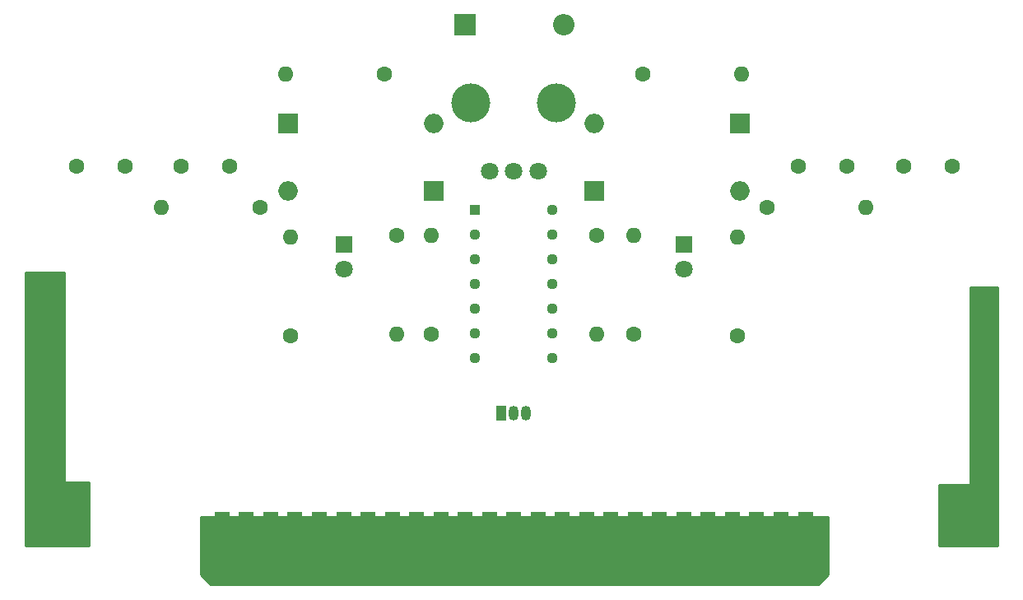
<source format=gbr>
G04 #@! TF.GenerationSoftware,KiCad,Pcbnew,(5.1.7)-1*
G04 #@! TF.CreationDate,2021-02-13T16:44:17-06:00*
G04 #@! TF.ProjectId,ConsolePedal8Bitar,436f6e73-6f6c-4655-9065-64616c384269,rev?*
G04 #@! TF.SameCoordinates,Original*
G04 #@! TF.FileFunction,Soldermask,Bot*
G04 #@! TF.FilePolarity,Negative*
%FSLAX46Y46*%
G04 Gerber Fmt 4.6, Leading zero omitted, Abs format (unit mm)*
G04 Created by KiCad (PCBNEW (5.1.7)-1) date 2021-02-13 16:44:17*
%MOMM*%
%LPD*%
G01*
G04 APERTURE LIST*
%ADD10R,1.800000X1.800000*%
%ADD11C,1.800000*%
%ADD12R,1.500000X7.000000*%
%ADD13C,5.000000*%
%ADD14C,1.600000*%
%ADD15O,1.600000X1.600000*%
%ADD16O,2.000000X2.000000*%
%ADD17R,2.000000X2.000000*%
%ADD18R,2.200000X2.200000*%
%ADD19O,2.200000X2.200000*%
%ADD20R,1.130000X1.130000*%
%ADD21C,1.130000*%
%ADD22O,1.050000X1.500000*%
%ADD23R,1.050000X1.500000*%
%ADD24C,4.000000*%
%ADD25C,0.254000*%
%ADD26C,0.100000*%
G04 APERTURE END LIST*
D10*
G04 #@! TO.C,D1*
X115250000Y-95000000D03*
D11*
X115250000Y-97540000D03*
G04 #@! TD*
G04 #@! TO.C,D2*
X150250000Y-97540000D03*
D10*
X150250000Y-95000000D03*
G04 #@! TD*
D12*
G04 #@! TO.C,J1*
X102715000Y-126000000D03*
X105215000Y-126000000D03*
X107715000Y-126000000D03*
X110215000Y-126000000D03*
X112715000Y-126000000D03*
X115215000Y-126000000D03*
X117715000Y-126000000D03*
X120215000Y-126000000D03*
X122715000Y-126000000D03*
X125215000Y-126000000D03*
X127715000Y-126000000D03*
X130215000Y-126000000D03*
X132715000Y-126000000D03*
X135215000Y-126000000D03*
X137715000Y-126000000D03*
X140215000Y-126000000D03*
X142715000Y-126000000D03*
X145215000Y-126000000D03*
X147715000Y-126000000D03*
X150215000Y-126000000D03*
X152715000Y-126000000D03*
X155215000Y-126000000D03*
X157715000Y-126000000D03*
X160215000Y-126000000D03*
X162715000Y-126000000D03*
G04 #@! TD*
D13*
G04 #@! TO.C,H1*
X85350000Y-122600000D03*
G04 #@! TD*
G04 #@! TO.C,H2*
X180150000Y-122600000D03*
G04 #@! TD*
D14*
G04 #@! TO.C,R3*
X109728000Y-104394000D03*
D15*
X109728000Y-94234000D03*
G04 #@! TD*
D14*
G04 #@! TO.C,C1*
X103505000Y-87014000D03*
X98505000Y-87014000D03*
G04 #@! TD*
G04 #@! TO.C,C2*
X172800000Y-87014000D03*
X177800000Y-87014000D03*
G04 #@! TD*
G04 #@! TO.C,C3*
X167005000Y-87014000D03*
X162005000Y-87014000D03*
G04 #@! TD*
G04 #@! TO.C,C4*
X87710000Y-87014000D03*
X92710000Y-87014000D03*
G04 #@! TD*
D16*
G04 #@! TO.C,C5*
X155970000Y-89535000D03*
D17*
X140970000Y-89535000D03*
G04 #@! TD*
D16*
G04 #@! TO.C,C6*
X124474000Y-82550000D03*
D17*
X109474000Y-82550000D03*
G04 #@! TD*
G04 #@! TO.C,C7*
X124460000Y-89535000D03*
D16*
X109460000Y-89535000D03*
G04 #@! TD*
D17*
G04 #@! TO.C,C8*
X155956000Y-82550000D03*
D16*
X140956000Y-82550000D03*
G04 #@! TD*
D18*
G04 #@! TO.C,D3*
X127698500Y-72390000D03*
D19*
X137858500Y-72390000D03*
G04 #@! TD*
D20*
G04 #@! TO.C,IC1*
X128745000Y-91440000D03*
D21*
X128745000Y-93980000D03*
X128745000Y-96520000D03*
X128745000Y-99060000D03*
X128745000Y-101600000D03*
X128745000Y-104140000D03*
X128745000Y-106680000D03*
X136685000Y-106680000D03*
X136685000Y-104140000D03*
X136685000Y-101600000D03*
X136685000Y-99060000D03*
X136685000Y-96520000D03*
X136685000Y-93980000D03*
X136685000Y-91440000D03*
G04 #@! TD*
D22*
G04 #@! TO.C,Q1*
X132715000Y-112395000D03*
X133985000Y-112395000D03*
D23*
X131445000Y-112395000D03*
G04 #@! TD*
D14*
G04 #@! TO.C,R1*
X155765500Y-104394000D03*
D15*
X155765500Y-94234000D03*
G04 #@! TD*
D14*
G04 #@! TO.C,R2*
X158813500Y-91249500D03*
D15*
X168973500Y-91249500D03*
G04 #@! TD*
G04 #@! TO.C,R4*
X145034000Y-94107000D03*
D14*
X145034000Y-104267000D03*
G04 #@! TD*
G04 #@! TO.C,R5*
X120650000Y-94107000D03*
D15*
X120650000Y-104267000D03*
G04 #@! TD*
G04 #@! TO.C,R6*
X124206000Y-94081600D03*
D14*
X124206000Y-104241600D03*
G04 #@! TD*
G04 #@! TO.C,R7*
X119443500Y-77470000D03*
D15*
X109283500Y-77470000D03*
G04 #@! TD*
D14*
G04 #@! TO.C,R8*
X145986500Y-77470000D03*
D15*
X156146500Y-77470000D03*
G04 #@! TD*
G04 #@! TO.C,R9*
X141224000Y-104267000D03*
D14*
X141224000Y-94107000D03*
G04 #@! TD*
D15*
G04 #@! TO.C,R10*
X96456500Y-91249500D03*
D14*
X106616500Y-91249500D03*
G04 #@! TD*
D11*
G04 #@! TO.C,RV1*
X130215000Y-87500000D03*
X132715000Y-87500000D03*
X135215000Y-87500000D03*
D24*
X128315000Y-80500000D03*
X137115000Y-80500000D03*
G04 #@! TD*
D25*
X165000000Y-129000000D02*
X164000000Y-130000000D01*
X101500000Y-130000000D01*
X100500000Y-129000000D01*
X100500000Y-123063000D01*
X165000000Y-123063000D01*
X165000000Y-129000000D01*
D26*
G36*
X165000000Y-129000000D02*
G01*
X164000000Y-130000000D01*
X101500000Y-130000000D01*
X100500000Y-129000000D01*
X100500000Y-123063000D01*
X165000000Y-123063000D01*
X165000000Y-129000000D01*
G37*
D25*
X86487000Y-119380000D02*
X86489440Y-119404776D01*
X86496667Y-119428601D01*
X86508403Y-119450557D01*
X86524197Y-119469803D01*
X86543443Y-119485597D01*
X86565399Y-119497333D01*
X86589224Y-119504560D01*
X86614000Y-119507000D01*
X89000000Y-119507000D01*
X89000000Y-126000000D01*
X82500000Y-126000000D01*
X82500000Y-97917000D01*
X86487000Y-97917000D01*
X86487000Y-119380000D01*
D26*
G36*
X86487000Y-119380000D02*
G01*
X86489440Y-119404776D01*
X86496667Y-119428601D01*
X86508403Y-119450557D01*
X86524197Y-119469803D01*
X86543443Y-119485597D01*
X86565399Y-119497333D01*
X86589224Y-119504560D01*
X86614000Y-119507000D01*
X89000000Y-119507000D01*
X89000000Y-126000000D01*
X82500000Y-126000000D01*
X82500000Y-97917000D01*
X86487000Y-97917000D01*
X86487000Y-119380000D01*
G37*
D25*
X182499000Y-126000000D02*
X176500000Y-126000000D01*
X176500000Y-119761000D01*
X179578000Y-119761000D01*
X179602776Y-119758560D01*
X179626601Y-119751333D01*
X179648557Y-119739597D01*
X179667803Y-119723803D01*
X179683597Y-119704557D01*
X179695333Y-119682601D01*
X179702560Y-119658776D01*
X179705000Y-119634000D01*
X179705000Y-99441000D01*
X182499000Y-99441000D01*
X182499000Y-126000000D01*
D26*
G36*
X182499000Y-126000000D02*
G01*
X176500000Y-126000000D01*
X176500000Y-119761000D01*
X179578000Y-119761000D01*
X179602776Y-119758560D01*
X179626601Y-119751333D01*
X179648557Y-119739597D01*
X179667803Y-119723803D01*
X179683597Y-119704557D01*
X179695333Y-119682601D01*
X179702560Y-119658776D01*
X179705000Y-119634000D01*
X179705000Y-99441000D01*
X182499000Y-99441000D01*
X182499000Y-126000000D01*
G37*
M02*

</source>
